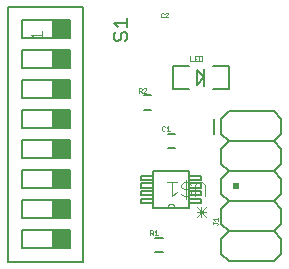
<source format=gto>
G75*
%MOIN*%
%OFA0B0*%
%FSLAX25Y25*%
%IPPOS*%
%LPD*%
%AMOC8*
5,1,8,0,0,1.08239X$1,22.5*
%
%ADD10C,0.00600*%
%ADD11C,0.00300*%
%ADD12C,0.00500*%
%ADD13R,0.06000X0.06000*%
%ADD14C,0.00800*%
%ADD15C,0.00100*%
%ADD16R,0.02000X0.02000*%
%ADD17C,0.00000*%
D10*
X0010450Y0001300D02*
X0035650Y0001300D01*
X0035650Y0086300D01*
X0010450Y0086300D01*
X0010450Y0001300D01*
X0015050Y0005800D02*
X0031050Y0005800D01*
X0031050Y0011800D01*
X0015050Y0011800D01*
X0015050Y0005800D01*
X0015050Y0015800D02*
X0031050Y0015800D01*
X0031050Y0021800D01*
X0015050Y0021800D01*
X0015050Y0015800D01*
X0015050Y0025800D02*
X0031050Y0025800D01*
X0031050Y0031800D01*
X0015050Y0031800D01*
X0015050Y0025800D01*
X0015050Y0035800D02*
X0031050Y0035800D01*
X0031050Y0041800D01*
X0015050Y0041800D01*
X0015050Y0035800D01*
X0015050Y0045800D02*
X0031050Y0045800D01*
X0031050Y0051800D01*
X0015050Y0051800D01*
X0015050Y0045800D01*
X0015050Y0055800D02*
X0031050Y0055800D01*
X0031050Y0061800D01*
X0015050Y0061800D01*
X0015050Y0055800D01*
X0015050Y0065800D02*
X0031050Y0065800D01*
X0031050Y0071800D01*
X0015050Y0071800D01*
X0015050Y0065800D01*
X0015050Y0075800D02*
X0031050Y0075800D01*
X0031050Y0081800D01*
X0015050Y0081800D01*
X0015050Y0075800D01*
X0055959Y0056697D02*
X0058321Y0056697D01*
X0058321Y0051973D02*
X0055959Y0051973D01*
X0063704Y0043992D02*
X0066066Y0043992D01*
X0066066Y0039268D02*
X0063704Y0039268D01*
X0058775Y0031520D02*
X0058775Y0019320D01*
X0063675Y0019320D01*
X0066075Y0019320D01*
X0070975Y0019320D01*
X0070975Y0031520D01*
X0058775Y0031520D01*
X0058775Y0030020D02*
X0054875Y0030020D01*
X0054875Y0028520D01*
X0058775Y0028520D01*
X0058775Y0030020D01*
X0058775Y0027420D02*
X0054875Y0027420D01*
X0054875Y0025920D01*
X0058775Y0025920D01*
X0058775Y0027420D01*
X0058775Y0024920D02*
X0054875Y0024920D01*
X0054875Y0023420D01*
X0058775Y0023420D01*
X0058775Y0024920D01*
X0058775Y0022320D02*
X0054875Y0022320D01*
X0054975Y0020820D01*
X0058775Y0020820D01*
X0058775Y0022320D01*
X0070975Y0022320D02*
X0070975Y0020820D01*
X0074875Y0020820D01*
X0074875Y0022320D01*
X0070975Y0022320D01*
X0070975Y0023420D02*
X0074875Y0023420D01*
X0074875Y0024920D01*
X0070975Y0024920D01*
X0070975Y0023420D01*
X0070975Y0025920D02*
X0074875Y0025920D01*
X0074775Y0027420D01*
X0070975Y0027420D01*
X0070975Y0025920D01*
X0070975Y0028520D02*
X0074875Y0028520D01*
X0074775Y0030020D01*
X0070975Y0030020D01*
X0070975Y0028520D01*
X0081540Y0028940D02*
X0081540Y0023940D01*
X0084040Y0021440D01*
X0099040Y0021440D01*
X0101540Y0018940D01*
X0101540Y0013940D01*
X0099040Y0011440D01*
X0101540Y0008940D01*
X0101540Y0003940D01*
X0099040Y0001440D01*
X0084040Y0001440D01*
X0081540Y0003940D01*
X0081540Y0008940D01*
X0084040Y0011440D01*
X0099040Y0011440D01*
X0099040Y0021440D02*
X0101540Y0023940D01*
X0101540Y0028940D01*
X0099040Y0031440D01*
X0084040Y0031440D01*
X0081540Y0028940D01*
X0084040Y0031440D02*
X0081540Y0033940D01*
X0081540Y0038940D01*
X0084040Y0041440D01*
X0099040Y0041440D01*
X0101540Y0038940D01*
X0101540Y0033940D01*
X0099040Y0031440D01*
X0099040Y0041440D02*
X0101540Y0043940D01*
X0101540Y0048940D01*
X0099040Y0051440D01*
X0084040Y0051440D01*
X0081540Y0048940D01*
X0081540Y0043940D01*
X0084040Y0041440D01*
X0084040Y0021440D02*
X0081540Y0018940D01*
X0081540Y0013940D01*
X0084040Y0011440D01*
X0062041Y0009277D02*
X0059679Y0009277D01*
X0059679Y0004553D02*
X0062041Y0004553D01*
D11*
X0073389Y0016350D02*
X0076525Y0019486D01*
X0074957Y0019486D02*
X0074957Y0016350D01*
X0076525Y0016350D02*
X0073389Y0019486D01*
X0073389Y0017918D02*
X0076525Y0017918D01*
X0076025Y0023066D02*
X0076025Y0026986D01*
X0075241Y0027770D01*
X0073673Y0027770D01*
X0072889Y0026986D01*
X0072889Y0023066D01*
X0071421Y0023850D02*
X0070637Y0023066D01*
X0069069Y0023066D01*
X0068285Y0023850D01*
X0066817Y0024634D02*
X0065249Y0023066D01*
X0065249Y0027770D01*
X0066817Y0027770D02*
X0063681Y0027770D01*
X0068285Y0026986D02*
X0068285Y0026202D01*
X0069069Y0025418D01*
X0070637Y0025418D01*
X0071421Y0024634D01*
X0071421Y0023850D01*
X0069853Y0022282D02*
X0069853Y0028554D01*
X0069069Y0027770D02*
X0068285Y0026986D01*
X0069069Y0027770D02*
X0070637Y0027770D01*
X0071421Y0026986D01*
X0021900Y0075767D02*
X0021900Y0078236D01*
X0021900Y0077001D02*
X0018197Y0077001D01*
X0019431Y0075767D01*
D12*
X0045796Y0075593D02*
X0046547Y0074842D01*
X0047297Y0074842D01*
X0048048Y0075593D01*
X0048048Y0077094D01*
X0048799Y0077845D01*
X0049549Y0077845D01*
X0050300Y0077094D01*
X0050300Y0075593D01*
X0049549Y0074842D01*
X0046547Y0077845D02*
X0045796Y0077094D01*
X0045796Y0075593D01*
X0047297Y0079446D02*
X0045796Y0080947D01*
X0050300Y0080947D01*
X0050300Y0079446D02*
X0050300Y0082449D01*
D13*
X0028050Y0078800D03*
X0028050Y0068800D03*
X0028050Y0058800D03*
X0028050Y0048800D03*
X0028050Y0038800D03*
X0028050Y0028800D03*
X0028050Y0018800D03*
X0028050Y0008800D03*
D14*
X0079040Y0043940D02*
X0079040Y0048940D01*
X0078742Y0058768D02*
X0084254Y0058768D01*
X0084254Y0066642D01*
X0078742Y0066642D01*
X0075986Y0065461D02*
X0075986Y0062705D01*
X0073624Y0060343D01*
X0073624Y0065067D01*
X0075986Y0062705D01*
X0075986Y0059949D01*
X0070868Y0058768D02*
X0065356Y0058768D01*
X0065356Y0066642D01*
X0070868Y0066642D01*
D15*
X0071355Y0068255D02*
X0072356Y0068255D01*
X0072828Y0068255D02*
X0073829Y0068255D01*
X0074302Y0068255D02*
X0075052Y0068255D01*
X0075302Y0068505D01*
X0075302Y0069506D01*
X0075052Y0069756D01*
X0074302Y0069756D01*
X0074302Y0068255D01*
X0073329Y0069006D02*
X0072828Y0069006D01*
X0072828Y0069756D02*
X0072828Y0068255D01*
X0071355Y0068255D02*
X0071355Y0069756D01*
X0072828Y0069756D02*
X0073829Y0069756D01*
X0063959Y0082750D02*
X0062958Y0082750D01*
X0063959Y0083751D01*
X0063959Y0084001D01*
X0063709Y0084251D01*
X0063208Y0084251D01*
X0062958Y0084001D01*
X0062486Y0084001D02*
X0062236Y0084251D01*
X0061735Y0084251D01*
X0061485Y0084001D01*
X0061485Y0083000D01*
X0061735Y0082750D01*
X0062236Y0082750D01*
X0062486Y0083000D01*
X0056414Y0059136D02*
X0055913Y0059136D01*
X0055663Y0058886D01*
X0055191Y0058886D02*
X0055191Y0058386D01*
X0054941Y0058135D01*
X0054190Y0058135D01*
X0054190Y0057635D02*
X0054190Y0059136D01*
X0054941Y0059136D01*
X0055191Y0058886D01*
X0054690Y0058135D02*
X0055191Y0057635D01*
X0055663Y0057635D02*
X0056664Y0058636D01*
X0056664Y0058886D01*
X0056414Y0059136D01*
X0056664Y0057635D02*
X0055663Y0057635D01*
X0062185Y0046431D02*
X0061935Y0046181D01*
X0061935Y0045180D01*
X0062185Y0044930D01*
X0062686Y0044930D01*
X0062936Y0045180D01*
X0063408Y0044930D02*
X0064409Y0044930D01*
X0063909Y0044930D02*
X0063909Y0046431D01*
X0063408Y0045931D01*
X0062936Y0046181D02*
X0062686Y0046431D01*
X0062185Y0046431D01*
X0080490Y0015964D02*
X0080490Y0014963D01*
X0080490Y0015464D02*
X0078989Y0015464D01*
X0079489Y0014963D01*
X0078989Y0014491D02*
X0078989Y0013990D01*
X0078989Y0014241D02*
X0080240Y0014241D01*
X0080490Y0013990D01*
X0080490Y0013740D01*
X0080240Y0013490D01*
X0060384Y0010215D02*
X0059383Y0010215D01*
X0058911Y0010215D02*
X0058410Y0010715D01*
X0058661Y0010715D02*
X0057910Y0010715D01*
X0057910Y0010215D02*
X0057910Y0011716D01*
X0058661Y0011716D01*
X0058911Y0011466D01*
X0058911Y0010966D01*
X0058661Y0010715D01*
X0059383Y0011216D02*
X0059884Y0011716D01*
X0059884Y0010215D01*
D16*
X0086540Y0026440D03*
D17*
X0066075Y0019320D02*
X0066073Y0019389D01*
X0066067Y0019457D01*
X0066057Y0019525D01*
X0066044Y0019592D01*
X0066026Y0019658D01*
X0066005Y0019723D01*
X0065980Y0019787D01*
X0065952Y0019849D01*
X0065920Y0019910D01*
X0065885Y0019969D01*
X0065846Y0020025D01*
X0065804Y0020080D01*
X0065759Y0020131D01*
X0065711Y0020181D01*
X0065661Y0020227D01*
X0065608Y0020270D01*
X0065552Y0020311D01*
X0065495Y0020348D01*
X0065435Y0020381D01*
X0065373Y0020412D01*
X0065310Y0020438D01*
X0065246Y0020461D01*
X0065180Y0020481D01*
X0065113Y0020496D01*
X0065046Y0020508D01*
X0064978Y0020516D01*
X0064909Y0020520D01*
X0064841Y0020520D01*
X0064772Y0020516D01*
X0064704Y0020508D01*
X0064637Y0020496D01*
X0064570Y0020481D01*
X0064504Y0020461D01*
X0064440Y0020438D01*
X0064377Y0020412D01*
X0064315Y0020381D01*
X0064255Y0020348D01*
X0064198Y0020311D01*
X0064142Y0020270D01*
X0064089Y0020227D01*
X0064039Y0020181D01*
X0063991Y0020131D01*
X0063946Y0020080D01*
X0063904Y0020025D01*
X0063865Y0019969D01*
X0063830Y0019910D01*
X0063798Y0019849D01*
X0063770Y0019787D01*
X0063745Y0019723D01*
X0063724Y0019658D01*
X0063706Y0019592D01*
X0063693Y0019525D01*
X0063683Y0019457D01*
X0063677Y0019389D01*
X0063675Y0019320D01*
M02*

</source>
